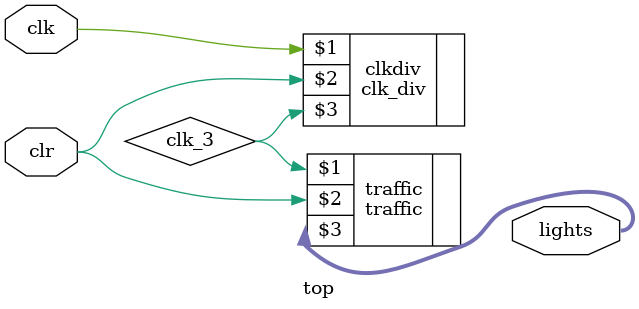
<source format=v>
`timescale 1ns / 1ps

module top(
    input clk,
    input clr,
    output [5:0] lights
    );
    
    wire clk_3;
    clk_div clkdiv(clk, clr, clk_3);
    traffic traffic(clk_3, clr, lights);
    
endmodule






</source>
